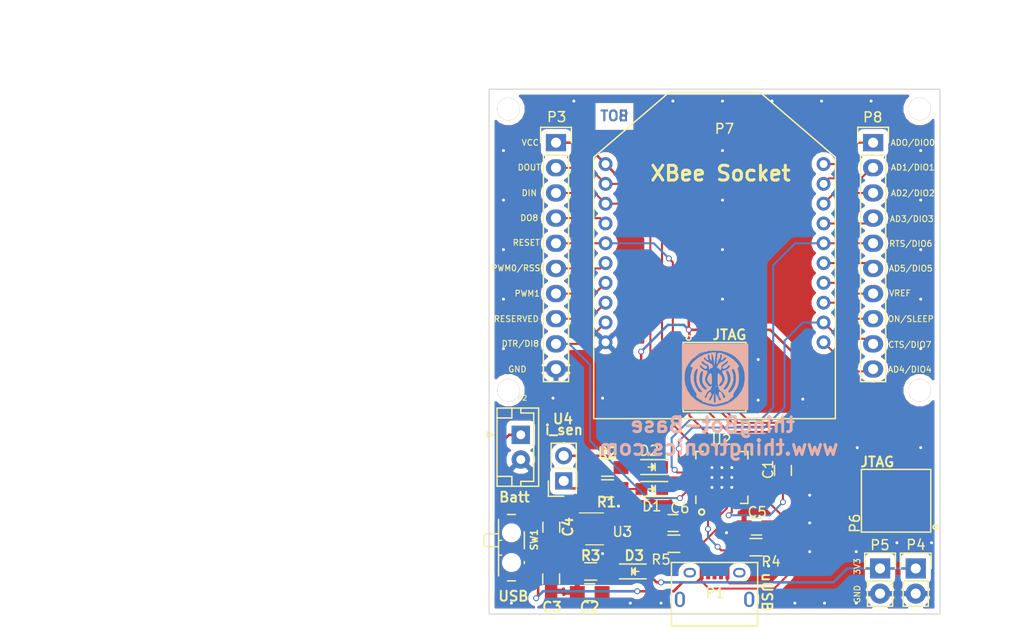
<source format=kicad_pcb>
(kicad_pcb (version 4) (host pcbnew 4.0.4-stable)
  (title_block (title thingBot-Base) (date 2016-12-25) (rev v1.0) (company "thingTronics Innovations Pvt. Ltd."))
  (layers (0 F.Cu signal) (31 B.Cu signal) (34 B.Paste user) (35 F.Paste user) (36 B.SilkS user) (37 F.SilkS user) (38 B.Mask user) (39 F.Mask user) (44 Edge.Cuts user))
  (net 0 "")
  (net 1 VDD)
  (net 2 GND)
  (net 3 +5V)
  (net 4 "Net-(C3-Pad1)")
  (net 5 +3V3)
  (net 6 "Net-(D1-Pad2)")
  (net 7 /DIN)
  (net 8 "Net-(D2-Pad2)")
  (net 9 /DOUT)
  (net 10 "Net-(D3-Pad1)")
  (net 11 VXBEE_3V3)
  (net 12 "Net-(P3-Pad4)")
  (net 13 RST)
  (net 14 "Net-(P3-Pad6)")
  (net 15 "Net-(P3-Pad7)")
  (net 16 "Net-(P3-Pad8)")
  (net 17 DTR)
  (net 18 "Net-(P6-Pad7)")
  (net 19 "Net-(P6-Pad10)")
  (net 20 "Net-(P6-Pad8)")
  (net 21 "Net-(P6-Pad2)")
  (net 22 "Net-(P6-Pad4)")
  (net 23 "Net-(P6-Pad6)")
  (net 24 "Net-(P7-Pad27)")
  (net 25 /AD0)
  (net 26 "Net-(P7-Pad19)")
  (net 27 "Net-(P7-Pad18)")
  (net 28 "Net-(P7-Pad17)")
  (net 29 RTS)
  (net 30 "Net-(P7-Pad15)")
  (net 31 "Net-(P7-Pad14)")
  (net 32 "Net-(P7-Pad13)")
  (net 33 CTS)
  (net 34 "Net-(P7-Pad11)")
  (net 35 "Net-(U2-Pad1)")
  (net 36 "Net-(U2-Pad2)")
  (net 37 "Net-(U2-Pad10)")
  (net 38 "Net-(U2-Pad11)")
  (net 39 "Net-(U2-Pad12)")
  (net 40 "Net-(U2-Pad13)")
  (net 41 "Net-(U2-Pad14)")
  (net 42 "Net-(U2-Pad15)")
  (net 43 "Net-(U2-Pad16)")
  (net 44 "Net-(U2-Pad17)")
  (net 45 "Net-(U2-Pad18)")
  (net 46 "Net-(U2-Pad19)")
  (net 47 "Net-(U2-Pad20)")
  (net 48 "Net-(U2-Pad21)")
  (net 49 "Net-(U2-Pad22)")
  (net 50 "Net-(U2-Pad27)")
  (net 51 "Net-(P1-Pad4)")
  (net 52 "Net-(U3-Pad4)")
  (net 53 "Net-(C5-Pad1)")
  (net 54 "Net-(C6-Pad1)")
  (net 55 "Net-(R4-Pad1)")
  (net 56 "Net-(R5-Pad1)")
  (net 57 "Net-(P2-Pad1)")
  (module conn-wire-pads:Hole-Screw-NP-#4 (layer F.Cu) (at 128.3 71.6)
    (fp_text reference REF** hide)
    (fp_text value VAL** hide)
    (pad P thru_hole circle (at -0.1 0) (size 2.2606 2.2606) (drill 2.2606) (layers *.Cu *.Mask) (clearance 0.5))
  )
  (module VIA'S:VIA_0.6mm (layer F.Cu) (at 163.4 105.8)
    (fp_text reference REF** hide)
    (fp_text value VIA_0.6mm hide)
    (pad 1 thru_hole circle (at 0 0) (size 0.6 0.6) (drill 0.3) (layers *.Cu) (net 2 GND))
  )
  (module Buttons_Switches_SMD:SW_SPDT_PCM12 (layer F.Cu) (at 128.83 115.9 270)
    (fp_text reference SW1 (at -0.8 -1.97 450) (layer F.SilkS) (effects (font (size 0.7 0.7))))
    (fp_text value ON/OFF_Switch)
    (pad "" np_thru_hole circle (at -1.5 0.325 270) (size 0.9 0.9) (drill 0.9) (layers *.Cu *.Mask))
    (pad "" np_thru_hole circle (at 1.5 0.325 270) (size 0.9 0.9) (drill 0.9) (layers *.Cu *.Mask))
    (pad 1 smd rect (at -2.25 -1.425 270) (size 0.7 1.5) (layers F.Cu F.Paste F.Mask) (net 57 "Net-(P2-Pad1)"))
    (pad 2 smd rect (at 0.75 -1.425 270) (size 0.7 1.5) (layers F.Cu F.Paste F.Mask) (net 4 "Net-(C3-Pad1)"))
    (pad 3 smd rect (at 2.25 -1.425 270) (size 0.7 1.5) (layers F.Cu F.Paste F.Mask) (net 3 +5V))
    (pad "" smd rect (at -3.65 1.425 270) (size 1 0.8) (layers F.Cu F.Paste F.Mask))
    (pad "" smd rect (at 3.65 1.425 270) (size 1 0.8) (layers F.Cu F.Paste F.Mask))
    (pad "" smd rect (at 3.65 -0.775 270) (size 1 0.8) (layers F.Cu F.Paste F.Mask))
    (pad "" smd rect (at -3.65 -0.775 270) (size 1 0.8) (layers F.Cu F.Paste F.Mask))
  )
  (module VIA'S:VIA_0.6mm (layer F.Cu) (at 137.7 100.8)
    (fp_text reference REF** hide)
    (fp_text value VIA_0.6mm hide)
    (pad 1 thru_hole circle (at 0 0) (size 0.6 0.6) (drill 0.3) (layers *.Cu) (net 2 GND))
  )
  (module VIA'S:VIA_0.6mm (layer F.Cu) (at 132.7 100.8)
    (fp_text reference REF** hide)
    (fp_text value VIA_0.6mm hide)
    (pad 1 thru_hole circle (at 0 0) (size 0.6 0.6) (drill 0.3) (layers *.Cu) (net 2 GND))
  )
  (module VIA'S:VIA_0.6mm (layer F.Cu) (at 149.8 90.8)
    (fp_text reference REF** hide)
    (fp_text value VIA_0.6mm hide)
    (pad 1 thru_hole circle (at 0 0) (size 0.6 0.6) (drill 0.3) (layers *.Cu) (net 2 GND))
  )
  (module VIA'S:VIA_0.6mm (layer F.Cu) (at 149.8 85.8)
    (fp_text reference REF** hide)
    (fp_text value VIA_0.6mm hide)
    (pad 1 thru_hole circle (at 0 0) (size 0.6 0.6) (drill 0.3) (layers *.Cu) (net 2 GND))
  )
  (module VIA'S:VIA_0.6mm (layer F.Cu) (at 149.8 80.8)
    (fp_text reference REF** hide)
    (fp_text value VIA_0.6mm hide)
    (pad 1 thru_hole circle (at 0 0) (size 0.6 0.6) (drill 0.3) (layers *.Cu) (net 2 GND))
  )
  (module VIA'S:VIA_0.6mm (layer F.Cu) (at 149.8 75.8)
    (fp_text reference REF** hide)
    (fp_text value VIA_0.6mm hide)
    (pad 1 thru_hole circle (at 0 0) (size 0.6 0.6) (drill 0.3) (layers *.Cu) (net 2 GND))
  )
  (module VIA'S:VIA_0.6mm (layer F.Cu) (at 127.7 95.8)
    (fp_text reference REF** hide)
    (fp_text value VIA_0.6mm hide)
    (pad 1 thru_hole circle (at 0 0) (size 0.6 0.6) (drill 0.3) (layers *.Cu) (net 2 GND))
  )
  (module VIA'S:VIA_0.6mm (layer F.Cu) (at 127.7 90.8)
    (fp_text reference REF** hide)
    (fp_text value VIA_0.6mm hide)
    (pad 1 thru_hole circle (at 0 0) (size 0.6 0.6) (drill 0.3) (layers *.Cu) (net 2 GND))
  )
  (module VIA'S:VIA_0.6mm (layer F.Cu) (at 127.7 85.8)
    (fp_text reference REF** hide)
    (fp_text value VIA_0.6mm hide)
    (pad 1 thru_hole circle (at 0 0) (size 0.6 0.6) (drill 0.3) (layers *.Cu) (net 2 GND))
  )
  (module VIA'S:VIA_0.6mm (layer F.Cu) (at 127.7 80.8)
    (fp_text reference REF** hide)
    (fp_text value VIA_0.6mm hide)
    (pad 1 thru_hole circle (at 0 0) (size 0.6 0.6) (drill 0.3) (layers *.Cu) (net 2 GND))
  )
  (module VIA'S:VIA_0.6mm (layer F.Cu) (at 127.7 75.8)
    (fp_text reference REF** hide)
    (fp_text value VIA_0.6mm hide)
    (pad 1 thru_hole circle (at 0 0) (size 0.6 0.6) (drill 0.3) (layers *.Cu) (net 2 GND))
  )
  (module VIA'S:VIA_0.6mm (layer F.Cu) (at 169.8 105.8)
    (fp_text reference REF** hide)
    (fp_text value VIA_0.6mm hide)
    (pad 1 thru_hole circle (at 0 0) (size 0.6 0.6) (drill 0.3) (layers *.Cu) (net 2 GND))
  )
  (module VIA'S:VIA_0.6mm (layer F.Cu) (at 169.8 95.8)
    (fp_text reference REF** hide)
    (fp_text value VIA_0.6mm hide)
    (pad 1 thru_hole circle (at 0 0) (size 0.6 0.6) (drill 0.3) (layers *.Cu) (net 2 GND))
  )
  (module VIA'S:VIA_0.6mm (layer F.Cu) (at 169.8 90.8)
    (fp_text reference REF** hide)
    (fp_text value VIA_0.6mm hide)
    (pad 1 thru_hole circle (at 0 0) (size 0.6 0.6) (drill 0.3) (layers *.Cu) (net 2 GND))
  )
  (module VIA'S:VIA_0.6mm (layer F.Cu) (at 169.8 85.8)
    (fp_text reference REF** hide)
    (fp_text value VIA_0.6mm hide)
    (pad 1 thru_hole circle (at 0 0) (size 0.6 0.6) (drill 0.3) (layers *.Cu) (net 2 GND))
  )
  (module VIA'S:VIA_0.6mm (layer F.Cu) (at 169.8 80.8)
    (fp_text reference REF** hide)
    (fp_text value VIA_0.6mm hide)
    (pad 1 thru_hole circle (at 0 0) (size 0.6 0.6) (drill 0.3) (layers *.Cu) (net 2 GND))
  )
  (module VIA'S:VIA_0.6mm (layer F.Cu) (at 169.8 75.8)
    (fp_text reference REF** hide)
    (fp_text value VIA_0.6mm hide)
    (pad 1 thru_hole circle (at 0 0) (size 0.6 0.6) (drill 0.3) (layers *.Cu) (net 2 GND))
  )
  (module VIA'S:VIA_0.6mm (layer F.Cu) (at 134.8 70.8)
    (fp_text reference REF** hide)
    (fp_text value VIA_0.6mm hide)
    (pad 1 thru_hole circle (at 0 0) (size 0.6 0.6) (drill 0.3) (layers *.Cu) (net 2 GND))
  )
  (module VIA'S:VIA_0.6mm (layer F.Cu) (at 144.8 70.8)
    (fp_text reference REF** hide)
    (fp_text value VIA_0.6mm hide)
    (pad 1 thru_hole circle (at 0 0) (size 0.6 0.6) (drill 0.3) (layers *.Cu) (net 2 GND))
  )
  (module VIA'S:VIA_0.6mm (layer F.Cu) (at 149.8 70.8)
    (fp_text reference REF** hide)
    (fp_text value VIA_0.6mm hide)
    (pad 1 thru_hole circle (at 0 0) (size 0.6 0.6) (drill 0.3) (layers *.Cu) (net 2 GND))
  )
  (module VIA'S:VIA_0.6mm (layer F.Cu) (at 164.8 70.8)
    (fp_text reference REF** hide)
    (fp_text value VIA_0.6mm hide)
    (pad 1 thru_hole circle (at 0 0) (size 0.6 0.6) (drill 0.3) (layers *.Cu) (net 2 GND))
  )
  (module VIA'S:VIA_0.6mm (layer F.Cu) (at 159.8 70.8)
    (fp_text reference REF** hide)
    (fp_text value VIA_0.6mm hide)
    (pad 1 thru_hole circle (at 0 0) (size 0.6 0.6) (drill 0.3) (layers *.Cu) (net 2 GND))
  )
  (module VIA'S:VIA_0.6mm (layer F.Cu) (at 154.8 70.8)
    (fp_text reference REF** hide)
    (fp_text value VIA_0.6mm hide)
    (pad 1 thru_hole circle (at 0 0) (size 0.6 0.6) (drill 0.3) (layers *.Cu) (net 2 GND))
  )
  (module VIA'S:VIA_0.6mm (layer F.Cu) (at 157.9 100.9)
    (fp_text reference REF** hide)
    (fp_text value VIA_0.6mm hide)
    (pad 1 thru_hole circle (at 0 0) (size 0.6 0.6) (drill 0.3) (layers *.Cu) (net 2 GND))
  )
  (module VIA'S:VIA_0.6mm (layer F.Cu) (at 153.4 101)
    (fp_text reference REF** hide)
    (fp_text value VIA_0.6mm hide)
    (pad 1 thru_hole circle (at 0 0) (size 0.6 0.6) (drill 0.3) (layers *.Cu) (net 2 GND))
  )
  (module VIA'S:VIA_0.6mm (layer F.Cu) (at 128.5 121.5)
    (fp_text reference REF** hide)
    (fp_text value VIA_0.6mm hide)
    (pad 1 thru_hole circle (at 0 0) (size 0.6 0.6) (drill 0.3) (layers *.Cu) (net 2 GND))
  )
  (module VIA'S:VIA_0.6mm (layer F.Cu) (at 158.6 113.4)
    (fp_text reference REF** hide)
    (fp_text value VIA_0.6mm hide)
    (pad 1 thru_hole circle (at 0 0) (size 0.6 0.6) (drill 0.3) (layers *.Cu) (net 2 GND))
  )
  (module VIA'S:VIA_0.6mm (layer F.Cu) (at 170.9 115.4)
    (fp_text reference REF** hide)
    (fp_text value VIA_0.6mm hide)
    (pad 1 thru_hole circle (at 0 0) (size 0.6 0.6) (drill 0.3) (layers *.Cu) (net 2 GND))
  )
  (module VIA'S:VIA_0.6mm (layer F.Cu) (at 167.4 115.4)
    (fp_text reference REF** hide)
    (fp_text value VIA_0.6mm hide)
    (pad 1 thru_hole circle (at 0 0) (size 0.6 0.6) (drill 0.3) (layers *.Cu) (net 2 GND))
  )
  (module VIA'S:VIA_0.6mm (layer F.Cu) (at 163.3 116.3)
    (fp_text reference REF** hide)
    (fp_text value VIA_0.6mm hide)
    (pad 1 thru_hole circle (at 0 0) (size 0.6 0.6) (drill 0.3) (layers *.Cu) (net 2 GND))
  )
  (module VIA'S:VIA_0.6mm (layer F.Cu) (at 158.6 110.6)
    (fp_text reference REF** hide)
    (fp_text value VIA_0.6mm hide)
    (pad 1 thru_hole circle (at 0 0) (size 0.6 0.6) (drill 0.3) (layers *.Cu) (net 2 GND))
  )
  (module VIA'S:VIA_0.6mm (layer F.Cu) (at 142.6 111.7)
    (fp_text reference REF** hide)
    (fp_text value VIA_0.6mm hide)
    (pad 1 thru_hole circle (at 0 0) (size 0.6 0.6) (drill 0.3) (layers *.Cu) (net 2 GND))
  )
  (module VIA'S:VIA_0.6mm (layer F.Cu) (at 139.3 111.7)
    (fp_text reference REF** hide)
    (fp_text value VIA_0.6mm hide)
    (pad 1 thru_hole circle (at 0 0) (size 0.6 0.6) (drill 0.3) (layers *.Cu) (net 2 GND))
  )
  (module VIA'S:VIA_0.6mm (layer F.Cu) (at 140.5 121.5)
    (fp_text reference REF** hide)
    (fp_text value VIA_0.6mm hide)
    (pad 1 thru_hole circle (at 0 0) (size 0.6 0.6) (drill 0.3) (layers *.Cu) (net 2 GND))
  )
  (module VIA'S:VIA_0.6mm (layer F.Cu) (at 143.6 121.5)
    (fp_text reference REF** hide)
    (fp_text value VIA_0.6mm hide)
    (pad 1 thru_hole circle (at 0 0) (size 0.6 0.6) (drill 0.3) (layers *.Cu) (net 2 GND))
  )
  (module VIA'S:VIA_0.6mm (layer F.Cu) (at 137.7 116.5)
    (fp_text reference REF** hide)
    (fp_text value VIA_0.6mm hide)
    (pad 1 thru_hole circle (at 0 0) (size 0.6 0.6) (drill 0.3) (layers *.Cu) (net 2 GND))
  )
  (module VIA'S:VIA_0.6mm (layer F.Cu) (at 139.9 114.6)
    (fp_text reference REF** hide)
    (fp_text value VIA_0.6mm hide)
    (pad 1 thru_hole circle (at 0 0) (size 0.6 0.6) (drill 0.3) (layers *.Cu) (net 2 GND))
  )
  (module VIA'S:VIA_0.6mm (layer F.Cu) (at 150.2 114.39)
    (fp_text reference REF** hide)
    (fp_text value VIA_0.6mm hide)
    (pad 1 thru_hole circle (at 0 0) (size 0.6 0.6) (drill 0.3) (layers *.Cu) (net 2 GND))
  )
  (module TO_SOT_Packages_SMD:SOT-23-5 (layer F.Cu) (at 136.9 114)
    (fp_text reference U3 (at 2.8 0.3) (layer F.SilkS))
    (fp_text value LP5907_LDO_250mA)
    (pad 1 smd rect (at -1.1 -0.95) (size 1.06 0.65) (layers F.Cu F.Paste F.Mask) (net 4 "Net-(C3-Pad1)"))
    (pad 2 smd rect (at -1.1 0) (size 1.06 0.65) (layers F.Cu F.Paste F.Mask) (net 2 GND))
    (pad 3 smd rect (at -1.1 0.95) (size 1.06 0.65) (layers F.Cu F.Paste F.Mask) (net 4 "Net-(C3-Pad1)"))
    (pad 4 smd rect (at 1.1 0.95) (size 1.06 0.65) (layers F.Cu F.Paste F.Mask) (net 52 "Net-(U3-Pad4)"))
    (pad 5 smd rect (at 1.1 -0.95) (size 1.06 0.65) (layers F.Cu F.Paste F.Mask) (net 5 +3V3))
  )
  (module Capacitors_SMD:C_0805_HandSoldering (layer F.Cu) (at 136.4 120.4 180)
    (fp_text reference C2 (at 0 -1.5 360) (layer F.SilkS) (effects (font (thickness 0.2))))
    (fp_text value 1uF)
    (pad 1 smd rect (at -1.25 0 180) (size 1.5 1.25) (layers F.Cu F.Paste F.Mask) (net 3 +5V))
    (pad 2 smd rect (at 1.25 0 180) (size 1.5 1.25) (layers F.Cu F.Paste F.Mask) (net 2 GND))
  )
  (module VIA'S:VIA_0.6mm (layer F.Cu) (at 154.45 117.75)
    (fp_text reference REF** hide)
    (fp_text value VIA_0.6mm hide)
    (pad 1 thru_hole circle (at 0 0) (size 0.6 0.6) (drill 0.3) (layers *.Cu) (net 2 GND))
  )
  (module VIA'S:VIA_0.6mm (layer F.Cu) (at 150.21 114.39)
    (fp_text reference REF** hide)
    (fp_text value VIA_0.6mm hide)
    (pad 1 thru_hole circle (at 0 0) (size 0.6 0.6) (drill 0.3) (layers *.Cu) (net 2 GND))
  )
  (module VIA'S:VIA_0.6mm (layer F.Cu) (at 163.3 121.5)
    (fp_text reference REF** hide)
    (fp_text value VIA_0.6mm hide)
    (pad 1 thru_hole circle (at 0 0) (size 0.6 0.6) (drill 0.3) (layers *.Cu) (net 2 GND))
  )
  (module VIA'S:VIA_0.6mm (layer F.Cu) (at 160.1 121.5)
    (fp_text reference REF** hide)
    (fp_text value VIA_0.6mm hide)
    (pad 1 thru_hole circle (at 0 0) (size 0.6 0.6) (drill 0.3) (layers *.Cu) (net 2 GND))
  )
  (module VIA'S:VIA_0.6mm (layer F.Cu) (at 157.1 121.5)
    (fp_text reference REF** hide)
    (fp_text value VIA_0.6mm hide)
    (pad 1 thru_hole circle (at 0 0) (size 0.6 0.6) (drill 0.3) (layers *.Cu) (net 2 GND))
  )
  (module VIA'S:VIA_0.6mm (layer F.Cu) (at 158.6 116.3)
    (fp_text reference REF** hide)
    (fp_text value VIA_0.6mm hide)
    (pad 1 thru_hole circle (at 0 0) (size 0.6 0.6) (drill 0.3) (layers *.Cu) (net 2 GND))
  )
  (module Xbee:XBee_Plug (layer F.Cu) (at 138 77.16)
    (fp_text reference P7 (at 12 -3.56) (layer F.SilkS))
    (fp_text value XBEE)
    (pad 29 smd rect (at 13.54 19.51 90) (size 2.5 0.75) (layers F.Cu F.Paste F.Mask) (net 2 GND))
    (pad 27 smd rect (at 12.27 19.51 90) (size 2.5 0.75) (layers F.Cu F.Paste F.Mask) (net 24 "Net-(P7-Pad27)"))
    (pad 25 smd rect (at 11 19.51 90) (size 2.5 0.75) (layers F.Cu F.Paste F.Mask) (net 2 GND))
    (pad 23 smd rect (at 9.73 19.51 90) (size 2.5 0.75) (layers F.Cu F.Paste F.Mask) (net 2 GND))
    (pad 21 smd rect (at 8.46 19.51 90) (size 2.5 0.75) (layers F.Cu F.Paste F.Mask) (net 11 VXBEE_3V3))
    (pad 22 smd rect (at 8.46 23.51 90) (size 2.5 0.75) (layers F.Cu F.Paste F.Mask) (net 21 "Net-(P6-Pad2)"))
    (pad 24 smd rect (at 9.73 23.51 90) (size 2.5 0.75) (layers F.Cu F.Paste F.Mask) (net 22 "Net-(P6-Pad4)"))
    (pad 30 smd rect (at 13.54 23.51 90) (size 2.5 0.75) (layers F.Cu F.Paste F.Mask) (net 19 "Net-(P6-Pad10)"))
    (pad 28 smd rect (at 12.27 23.51 90) (size 2.5 0.75) (layers F.Cu F.Paste F.Mask) (net 20 "Net-(P6-Pad8)"))
    (pad 20 thru_hole circle (at 22 0) (size 1.4 1.4) (drill 0.8) (layers *.Cu *.Mask) (net 25 /AD0))
    (pad 19 thru_hole circle (at 22 2) (size 1.4 1.4) (drill 0.8) (layers *.Cu *.Mask) (net 26 "Net-(P7-Pad19)"))
    (pad 18 thru_hole circle (at 22 4) (size 1.4 1.4) (drill 0.8) (layers *.Cu *.Mask) (net 27 "Net-(P7-Pad18)"))
    (pad 17 thru_hole circle (at 22 6) (size 1.4 1.4) (drill 0.8) (layers *.Cu *.Mask) (net 28 "Net-(P7-Pad17)"))
    (pad 16 thru_hole circle (at 22 8) (size 1.4 1.4) (drill 0.8) (layers *.Cu *.Mask) (net 29 RTS))
    (pad 15 thru_hole circle (at 22 10) (size 1.4 1.4) (drill 0.8) (layers *.Cu *.Mask) (net 30 "Net-(P7-Pad15)"))
    (pad 14 thru_hole circle (at 22 12) (size 1.4 1.4) (drill 0.8) (layers *.Cu *.Mask) (net 31 "Net-(P7-Pad14)"))
    (pad 13 thru_hole circle (at 22 14) (size 1.4 1.4) (drill 0.8) (layers *.Cu *.Mask) (net 32 "Net-(P7-Pad13)"))
    (pad 12 thru_hole circle (at 22 16) (size 1.4 1.4) (drill 0.8) (layers *.Cu *.Mask) (net 33 CTS))
    (pad 11 thru_hole circle (at 22 18) (size 1.4 1.4) (drill 0.8) (layers *.Cu *.Mask) (net 34 "Net-(P7-Pad11)"))
    (pad 10 thru_hole circle (at 0 18) (size 1.4 1.4) (drill 0.8) (layers *.Cu *.Mask) (net 2 GND))
    (pad 9 thru_hole circle (at 0 16) (size 1.4 1.4) (drill 0.8) (layers *.Cu *.Mask) (net 17 DTR))
    (pad 8 thru_hole circle (at 0 14) (size 1.4 1.4) (drill 0.8) (layers *.Cu *.Mask) (net 16 "Net-(P3-Pad8)"))
    (pad 7 thru_hole circle (at 0 12) (size 1.4 1.4) (drill 0.8) (layers *.Cu *.Mask) (net 15 "Net-(P3-Pad7)"))
    (pad 6 thru_hole circle (at 0 10) (size 1.4 1.4) (drill 0.8) (layers *.Cu *.Mask) (net 14 "Net-(P3-Pad6)"))
    (pad 5 thru_hole circle (at 0 8) (size 1.4 1.4) (drill 0.8) (layers *.Cu *.Mask) (net 13 RST))
    (pad 4 thru_hole circle (at 0 6) (size 1.4 1.4) (drill 0.8) (layers *.Cu *.Mask) (net 12 "Net-(P3-Pad4)"))
    (pad 3 thru_hole circle (at 0 4) (size 1.4 1.4) (drill 0.8) (layers *.Cu *.Mask) (net 7 /DIN))
    (pad 2 thru_hole circle (at 0 2) (size 1.4 1.4) (drill 0.8) (layers *.Cu *.Mask) (net 9 /DOUT))
    (pad 1 thru_hole circle (at 0 0) (size 1.4 1.4) (drill 0.8) (layers *.Cu *.Mask) (net 11 VXBEE_3V3))
    (pad 26 smd rect (at 11 23.51 90) (size 2.5 0.75) (layers F.Cu F.Paste F.Mask) (net 23 "Net-(P6-Pad6)"))
  )
  (module Capacitors_SMD:C_0805_HandSoldering (layer F.Cu) (at 132.51 119.05 270)
    (fp_text reference C3 (at 2.85 -0.09 360) (layer F.SilkS) (effects (font (thickness 0.2))))
    (fp_text value 1uF)
    (pad 1 smd rect (at -1.25 0 270) (size 1.5 1.25) (layers F.Cu F.Paste F.Mask) (net 4 "Net-(C3-Pad1)"))
    (pad 2 smd rect (at 1.25 0 270) (size 1.5 1.25) (layers F.Cu F.Paste F.Mask) (net 2 GND))
  )
  (module VIA'S:VIA_0.6mm (layer F.Cu) (at 153.4 96.9)
    (fp_text reference REF** hide)
    (fp_text value VIA_0.6mm hide)
    (pad 1 thru_hole circle (at 0 0) (size 0.6 0.6) (drill 0.3) (layers *.Cu) (net 2 GND))
  )
  (module Connect:USB_Micro-B (layer F.Cu) (at 149 119.98254)
    (fp_text reference P1 (at 0.0491 0.48746) (layer F.SilkS))
    (fp_text value Micro_usb_B)
    (pad 1 smd rect (at -1.3009 -1.56254 90) (size 1.35 0.4) (layers F.Cu F.Paste F.Mask) (net 3 +5V))
    (pad 2 smd rect (at -0.6509 -1.56254 90) (size 1.35 0.4) (layers F.Cu F.Paste F.Mask) (net 54 "Net-(C6-Pad1)"))
    (pad 3 smd rect (at -0.0009 -1.56254 90) (size 1.35 0.4) (layers F.Cu F.Paste F.Mask) (net 53 "Net-(C5-Pad1)"))
    (pad 4 smd rect (at 0.6491 -1.56254 90) (size 1.35 0.4) (layers F.Cu F.Paste F.Mask) (net 51 "Net-(P1-Pad4)"))
    (pad 5 smd rect (at 1.2991 -1.56254 90) (size 1.35 0.4) (layers F.Cu F.Paste F.Mask) (net 2 GND))
    (pad 6 thru_hole oval (at -2.5009 -1.56254 90) (size 0.95 1.25) (drill oval 0.55 0.85) (layers *.Cu *.Mask))
    (pad 6 thru_hole oval (at 2.4991 -1.56254 90) (size 0.95 1.25) (drill oval 0.55 0.85) (layers *.Cu *.Mask))
    (pad 6 thru_hole oval (at -3.5009 1.13746 90) (size 1.55 1) (drill oval 1.15 0.5) (layers *.Cu *.Mask))
    (pad 6 thru_hole oval (at 3.4991 1.13746 90) (size 1.55 1) (drill oval 1.15 0.5) (layers *.Cu *.Mask))
  )
  (module Capacitors_SMD:C_0805_HandSoldering (layer F.Cu) (at 155.9 108.1 90)
    (fp_text reference C1 (at 0.1 -1.5 90) (layer F.SilkS))
    (fp_text value 0.1uF)
    (pad 1 smd rect (at -1.25 0 90) (size 1.5 1.25) (layers F.Cu F.Paste F.Mask) (net 1 VDD))
    (pad 2 smd rect (at 1.25 0 90) (size 1.5 1.25) (layers F.Cu F.Paste F.Mask) (net 2 GND))
  )
  (module Capacitors_SMD:C_0805_HandSoldering (layer F.Cu) (at 132.53 113.83 90)
    (fp_text reference C4 (at 0.03 1.67 90) (layer F.SilkS) (effects (font (thickness 0.2))))
    (fp_text value 1uF)
    (pad 1 smd rect (at -1.25 0 90) (size 1.5 1.25) (layers F.Cu F.Paste F.Mask) (net 5 +3V3))
    (pad 2 smd rect (at 1.25 0 90) (size 1.5 1.25) (layers F.Cu F.Paste F.Mask) (net 2 GND))
  )
  (module LEDs:LED_0805 (layer F.Cu) (at 142.67 109.97 180)
    (fp_text reference D1 (at 0 -1.75 180) (layer F.SilkS))
    (fp_text value YELLOW)
    (pad 2 smd rect (at 1.04902 0) (size 1.19888 1.19888) (layers F.Cu F.Paste F.Mask) (net 6 "Net-(D1-Pad2)"))
    (pad 1 smd rect (at -1.04902 0) (size 1.19888 1.19888) (layers F.Cu F.Paste F.Mask) (net 7 /DIN))
  )
  (module LEDs:LED_0805 (layer F.Cu) (at 142.65 107.76 180)
    (fp_text reference D2 (at 0.25 1.66 180) (layer F.SilkS))
    (fp_text value YELLOW)
    (pad 2 smd rect (at 1.04902 0) (size 1.19888 1.19888) (layers F.Cu F.Paste F.Mask) (net 8 "Net-(D2-Pad2)"))
    (pad 1 smd rect (at -1.04902 0) (size 1.19888 1.19888) (layers F.Cu F.Paste F.Mask) (net 9 /DOUT))
  )
  (module LEDs:LED_0805 (layer F.Cu) (at 141 118.3)
    (fp_text reference D3 (at -0.1 -1.6) (layer F.SilkS) (effects (font (thickness 0.2))))
    (fp_text value POWER)
    (pad 2 smd rect (at 1.04902 0 180) (size 1.19888 1.19888) (layers F.Cu F.Paste F.Mask) (net 5 +3V3))
    (pad 1 smd rect (at -1.04902 0 180) (size 1.19888 1.19888) (layers F.Cu F.Paste F.Mask) (net 10 "Net-(D3-Pad1)"))
  )
  (module Connectors_JST:JST_EH_B02B-EH-A_02x2.50mm_Straight (layer F.Cu) (at 129.45 104.5 270)
    (fp_text reference P2 (at -3.71 -0.15 360) (layer F.SilkS) (effects (font (size 0.5 0.5) (thickness 0.09))))
    (fp_text value BATT_CONN)
    (pad 1 thru_hole rect (at 0 0 270) (size 1.85 1.85) (drill 0.9) (layers *.Cu *.Mask) (net 57 "Net-(P2-Pad1)"))
    (pad 2 thru_hole circle (at 2.5 0 270) (size 1.85 1.85) (drill 0.9) (layers *.Cu *.Mask) (net 2 GND))
  )
  (module Pin_Headers:Pin_Header_Straight_1x10 (layer F.Cu) (at 133 75)
    (fp_text reference P3 (at 0.07 -2.59) (layer F.SilkS))
    (fp_text value XBEE_CONN_LEFT)
    (pad 1 thru_hole rect (at 0 0) (size 2.032 1.7272) (drill 1.016) (layers *.Cu *.Mask) (net 11 VXBEE_3V3))
    (pad 2 thru_hole oval (at 0 2.54) (size 2.032 1.7272) (drill 1.016) (layers *.Cu *.Mask) (net 9 /DOUT))
    (pad 3 thru_hole oval (at 0 5.08) (size 2.032 1.7272) (drill 1.016) (layers *.Cu *.Mask) (net 7 /DIN))
    (pad 4 thru_hole oval (at 0 7.62) (size 2.032 1.7272) (drill 1.016) (layers *.Cu *.Mask) (net 12 "Net-(P3-Pad4)"))
    (pad 5 thru_hole oval (at 0 10.16) (size 2.032 1.7272) (drill 1.016) (layers *.Cu *.Mask) (net 13 RST))
    (pad 6 thru_hole oval (at 0 12.7) (size 2.032 1.7272) (drill 1.016) (layers *.Cu *.Mask) (net 14 "Net-(P3-Pad6)"))
    (pad 7 thru_hole oval (at 0 15.24) (size 2.032 1.7272) (drill 1.016) (layers *.Cu *.Mask) (net 15 "Net-(P3-Pad7)"))
    (pad 8 thru_hole oval (at 0 17.78) (size 2.032 1.7272) (drill 1.016) (layers *.Cu *.Mask) (net 16 "Net-(P3-Pad8)"))
    (pad 9 thru_hole oval (at 0 20.32) (size 2.032 1.7272) (drill 1.016) (layers *.Cu *.Mask) (net 17 DTR))
    (pad 10 thru_hole oval (at 0 22.86) (size 2.032 1.7272) (drill 1.016) (layers *.Cu *.Mask) (net 2 GND))
  )
  (module Pin_Headers:Pin_Header_Straight_1x02 (layer F.Cu) (at 169.3 118)
    (fp_text reference P4 (at 0.02 -2.39) (layer F.SilkS))
    (fp_text value CONN_01X02)
    (pad 1 thru_hole rect (at 0 0) (size 2.032 2.032) (drill 1.016) (layers *.Cu *.Mask) (net 5 +3V3))
    (pad 2 thru_hole oval (at 0 2.54) (size 2.032 2.032) (drill 1.016) (layers *.Cu *.Mask) (net 2 GND))
  )
  (module Pin_Headers:Pin_Header_Straight_1x02 (layer F.Cu) (at 165.7 118)
    (fp_text reference P5 (at -0.01 -2.36) (layer F.SilkS))
    (fp_text value CONN_01X02)
    (pad 1 thru_hole rect (at 0 0) (size 2.032 2.032) (drill 1.016) (layers *.Cu *.Mask) (net 5 +3V3))
    (pad 2 thru_hole oval (at 0 2.54) (size 2.032 2.032) (drill 1.016) (layers *.Cu *.Mask) (net 2 GND))
  )
  (module pin_header:Pin_Header_Straight_SMT_02x05_1.27mm_Pitch (layer F.Cu) (at 170.905 114.335 180)
    (fp_text reference P6 (at 7.745 0.905 270) (layer F.SilkS))
    (fp_text value JTAG)
    (pad 1 smd rect (at 1.585 0.635) (size 2.5 0.75) (layers F.Cu F.Paste F.Mask) (net 11 VXBEE_3V3))
    (pad 3 smd rect (at 1.585 1.905) (size 2.5 0.75) (layers F.Cu F.Paste F.Mask) (net 2 GND))
    (pad 5 smd rect (at 1.585 3.175) (size 2.5 0.75) (layers F.Cu F.Paste F.Mask) (net 2 GND))
    (pad 7 smd rect (at 1.585 4.445) (size 2.5 0.75) (layers F.Cu F.Paste F.Mask) (net 18 "Net-(P6-Pad7)"))
    (pad 9 smd rect (at 1.585 5.715) (size 2.5 0.75) (layers F.Cu F.Paste F.Mask) (net 2 GND))
    (pad 10 smd rect (at 5.585 5.715) (size 2.5 0.75) (layers F.Cu F.Paste F.Mask) (net 19 "Net-(P6-Pad10)"))
    (pad 8 smd rect (at 5.585 4.445) (size 2.5 0.75) (layers F.Cu F.Paste F.Mask) (net 20 "Net-(P6-Pad8)"))
    (pad 2 smd rect (at 5.585 0.635) (size 2.5 0.75) (layers F.Cu F.Paste F.Mask) (net 21 "Net-(P6-Pad2)"))
    (pad 4 smd rect (at 5.585 1.905) (size 2.5 0.75) (layers F.Cu F.Paste F.Mask) (net 22 "Net-(P6-Pad4)"))
    (pad 6 smd rect (at 5.585 3.175) (size 2.5 0.75) (layers F.Cu F.Paste F.Mask) (net 23 "Net-(P6-Pad6)"))
  )
  (module Pin_Headers:Pin_Header_Straight_1x10 (layer F.Cu) (at 165 75)
    (fp_text reference P8 (at -0.04 -2.56) (layer F.SilkS))
    (fp_text value XBEE_CONN_RIGHT)
    (pad 1 thru_hole rect (at 0 0) (size 2.032 1.7272) (drill 1.016) (layers *.Cu *.Mask) (net 25 /AD0))
    (pad 2 thru_hole oval (at 0 2.54) (size 2.032 1.7272) (drill 1.016) (layers *.Cu *.Mask) (net 26 "Net-(P7-Pad19)"))
    (pad 3 thru_hole oval (at 0 5.08) (size 2.032 1.7272) (drill 1.016) (layers *.Cu *.Mask) (net 27 "Net-(P7-Pad18)"))
    (pad 4 thru_hole oval (at 0 7.62) (size 2.032 1.7272) (drill 1.016) (layers *.Cu *.Mask) (net 28 "Net-(P7-Pad17)"))
    (pad 5 thru_hole oval (at 0 10.16) (size 2.032 1.7272) (drill 1.016) (layers *.Cu *.Mask) (net 29 RTS))
    (pad 6 thru_hole oval (at 0 12.7) (size 2.032 1.7272) (drill 1.016) (layers *.Cu *.Mask) (net 30 "Net-(P7-Pad15)"))
    (pad 7 thru_hole oval (at 0 15.24) (size 2.032 1.7272) (drill 1.016) (layers *.Cu *.Mask) (net 31 "Net-(P7-Pad14)"))
    (pad 8 thru_hole oval (at 0 17.78) (size 2.032 1.7272) (drill 1.016) (layers *.Cu *.Mask) (net 32 "Net-(P7-Pad13)"))
    (pad 9 thru_hole oval (at 0 20.32) (size 2.032 1.7272) (drill 1.016) (layers *.Cu *.Mask) (net 33 CTS))
    (pad 10 thru_hole oval (at 0 22.86) (size 2.032 1.7272) (drill 1.016) (layers *.Cu *.Mask) (net 34 "Net-(P7-Pad11)"))
  )
  (module Resistors_SMD:R_0805_HandSoldering (layer F.Cu) (at 138.202329 109.917869)
    (fp_text reference R1 (at -0.102329 1.382131) (layer F.SilkS) (effects (font (thickness 0.2))))
    (fp_text value 1K)
    (pad 1 smd rect (at -1.35 0) (size 1.5 1.3) (layers F.Cu F.Paste F.Mask) (net 5 +3V3))
    (pad 2 smd rect (at 1.35 0) (size 1.5 1.3) (layers F.Cu F.Paste F.Mask) (net 6 "Net-(D1-Pad2)"))
  )
  (module Resistors_SMD:R_0805_HandSoldering (layer F.Cu) (at 138.212329 107.807869)
    (fp_text reference R2 (at 0 -1.507869) (layer F.SilkS) (effects (font (thickness 0.2))))
    (fp_text value 1K)
    (pad 1 smd rect (at -1.35 0) (size 1.5 1.3) (layers F.Cu F.Paste F.Mask) (net 5 +3V3))
    (pad 2 smd rect (at 1.35 0) (size 1.5 1.3) (layers F.Cu F.Paste F.Mask) (net 8 "Net-(D2-Pad2)"))
  )
  (module Resistors_SMD:R_0805_HandSoldering (layer F.Cu) (at 136.5 118.3 180)
    (fp_text reference R3 (at 0 1.6 180) (layer F.SilkS) (effects (font (thickness 0.2))))
    (fp_text value 1K)
    (pad 1 smd rect (at -1.35 0 180) (size 1.5 1.3) (layers F.Cu F.Paste F.Mask) (net 10 "Net-(D3-Pad1)"))
    (pad 2 smd rect (at 1.35 0 180) (size 1.5 1.3) (layers F.Cu F.Paste F.Mask) (net 2 GND))
  )
  (module Pin_Headers:Pin_Header_Straight_2x01 (layer F.Cu) (at 133.78 109.16 90)
    (fp_text reference U4 (at 6.26 -0.08 180) (layer F.SilkS) (effects (font (thickness 0.2))))
    (fp_text value PROBE)
    (pad 1 thru_hole rect (at 0 0 90) (size 1.7272 1.7272) (drill 1.016) (layers *.Cu *.Mask) (net 5 +3V3))
    (pad 2 thru_hole oval (at 2.54 0 90) (size 1.7272 1.7272) (drill 1.016) (layers *.Cu *.Mask) (net 11 VXBEE_3V3))
  )
  (module "Fab Details table:Fab Details table" (layer F.Cu) (at 77.57 69.61)
    (fp_text reference REF** hide)
    (fp_text value "Fab Details table")
  )
  (module Capacitors_SMD:C_0805_HandSoldering (layer F.Cu) (at 153.23 113.77 180)
    (fp_text reference C5 (at -0.07 1.47 180) (layer F.SilkS))
    (fp_text value 47pF)
    (pad 1 smd rect (at -1.25 0 180) (size 1.5 1.25) (layers F.Cu F.Paste F.Mask) (net 53 "Net-(C5-Pad1)"))
    (pad 2 smd rect (at 1.25 0 180) (size 1.5 1.25) (layers F.Cu F.Paste F.Mask) (net 2 GND))
  )
  (module Capacitors_SMD:C_0805_HandSoldering (layer F.Cu) (at 144.813432 113.410654)
    (fp_text reference C6 (at 0.686568 -1.510654) (layer F.SilkS))
    (fp_text value 47pF)
    (pad 1 smd rect (at -1.25 0) (size 1.5 1.25) (layers F.Cu F.Paste F.Mask) (net 54 "Net-(C6-Pad1)"))
    (pad 2 smd rect (at 1.25 0) (size 1.5 1.25) (layers F.Cu F.Paste F.Mask) (net 2 GND))
  )
  (module Resistors_SMD:R_0805_HandSoldering (layer F.Cu) (at 153.18 115.85)
    (fp_text reference R4 (at 1.52 1.45) (layer F.SilkS))
    (fp_text value 27E)
    (pad 1 smd rect (at -1.35 0) (size 1.5 1.3) (layers F.Cu F.Paste F.Mask) (net 55 "Net-(R4-Pad1)"))
    (pad 2 smd rect (at 1.35 0) (size 1.5 1.3) (layers F.Cu F.Paste F.Mask) (net 53 "Net-(C5-Pad1)"))
  )
  (module Resistors_SMD:R_0805_HandSoldering (layer F.Cu) (at 144.893432 115.500654 180)
    (fp_text reference R5 (at 1.293432 -1.599346 180) (layer F.SilkS))
    (fp_text value 27E)
    (pad 1 smd rect (at -1.35 0 180) (size 1.5 1.3) (layers F.Cu F.Paste F.Mask) (net 56 "Net-(R5-Pad1)"))
    (pad 2 smd rect (at 1.35 0 180) (size 1.5 1.3) (layers F.Cu F.Paste F.Mask) (net 54 "Net-(C6-Pad1)"))
  )
  (module logos:thingTronics_10mm (layer B.Cu) (at 149.1 98.6 180)
    (fp_text reference G*** hide)
    (fp_text value LOGO hide)
  )
  (module smt-dfn:QFN-28-1EP_5x5mm_Pitch0.5mm (layer F.Cu) (at 149.74 108.81 90)
    (fp_text reference U2 (at 3.81 -0.04 180) (layer F.SilkS))
    (fp_text value CP2102)
    (pad 1 smd oval (at -2.45 -1.5 90) (size 0.85 0.3) (layers F.Cu F.Paste F.Mask) (net 35 "Net-(U2-Pad1)"))
    (pad 2 smd oval (at -2.45 -1 90) (size 0.85 0.3) (layers F.Cu F.Paste F.Mask) (net 36 "Net-(U2-Pad2)"))
    (pad 3 smd oval (at -2.45 -0.5 90) (size 0.85 0.3) (layers F.Cu F.Paste F.Mask) (net 2 GND))
    (pad 4 smd oval (at -2.45 0 90) (size 0.85 0.3) (layers F.Cu F.Paste F.Mask) (net 55 "Net-(R4-Pad1)"))
    (pad 5 smd oval (at -2.45 0.5 90) (size 0.85 0.3) (layers F.Cu F.Paste F.Mask) (net 56 "Net-(R5-Pad1)"))
    (pad 6 smd oval (at -2.45 1 90) (size 0.85 0.3) (layers F.Cu F.Paste F.Mask) (net 1 VDD))
    (pad 7 smd oval (at -2.45 1.5 90) (size 0.85 0.3) (layers F.Cu F.Paste F.Mask) (net 3 +5V))
    (pad 8 smd oval (at -1.5 2.45 180) (size 0.85 0.3) (layers F.Cu F.Paste F.Mask) (net 3 +5V))
    (pad 9 smd oval (at -1 2.45 180) (size 0.85 0.3) (layers F.Cu F.Paste F.Mask) (net 13 RST))
    (pad 10 smd oval (at -0.5 2.45 180) (size 0.85 0.3) (layers F.Cu F.Paste F.Mask) (net 37 "Net-(U2-Pad10)"))
    (pad 11 smd oval (at 0 2.45 180) (size 0.85 0.3) (layers F.Cu F.Paste F.Mask) (net 38 "Net-(U2-Pad11)"))
    (pad 12 smd oval (at 0.5 2.45 180) (size 0.85 0.3) (layers F.Cu F.Paste F.Mask) (net 39 "Net-(U2-Pad12)"))
    (pad 13 smd oval (at 1 2.45 180) (size 0.85 0.3) (layers F.Cu F.Paste F.Mask) (net 40 "Net-(U2-Pad13)"))
    (pad 14 smd oval (at 1.5 2.45 180) (size 0.85 0.3) (layers F.Cu F.Paste F.Mask) (net 41 "Net-(U2-Pad14)"))
    (pad 15 smd oval (at 2.45 1.5 90) (size 0.85 0.3) (layers F.Cu F.Paste F.Mask) (net 42 "Net-(U2-Pad15)"))
    (pad 16 smd oval (at 2.45 1 90) (size 0.85 0.3) (layers F.Cu F.Paste F.Mask) (net 43 "Net-(U2-Pad16)"))
    (pad 17 smd oval (at 2.45 0.5 90) (size 0.85 0.3) (layers F.Cu F.Paste F.Mask) (net 44 "Net-(U2-Pad17)"))
    (pad 18 smd oval (at 2.45 0 90) (size 0.85 0.3) (layers F.Cu F.Paste F.Mask) (net 45 "Net-(U2-Pad18)"))
    (pad 19 smd oval (at 2.45 -0.5 90) (size 0.85 0.3) (layers F.Cu F.Paste F.Mask) (net 46 "Net-(U2-Pad19)"))
    (pad 20 smd oval (at 2.45 -1 90) (size 0.85 0.3) (layers F.Cu F.Paste F.Mask) (net 47 "Net-(U2-Pad20)"))
    (pad 21 smd oval (at 2.45 -1.5 90) (size 0.85 0.3) (layers F.Cu F.Paste F.Mask) (net 48 "Net-(U2-Pad21)"))
    (pad 22 smd oval (at 1.5 -2.45 180) (size 0.85 0.3) (layers F.Cu F.Paste F.Mask) (net 49 "Net-(U2-Pad22)"))
    (pad 23 smd oval (at 1 -2.45 180) (size 0.85 0.3) (layers F.Cu F.Paste F.Mask) (net 33 CTS))
    (pad 24 smd oval (at 0.5 -2.45 180) (size 0.85 0.3) (layers F.Cu F.Paste F.Mask) (net 29 RTS))
    (pad 25 smd oval (at 0 -2.45 180) (size 0.85 0.3) (layers F.Cu F.Paste F.Mask) (net 9 /DOUT))
    (pad 26 smd oval (at -0.5 -2.45 180) (size 0.85 0.3) (layers F.Cu F.Paste F.Mask) (net 7 /DIN))
    (pad 27 smd oval (at -1 -2.45 180) (size 0.85 0.3) (layers F.Cu F.Paste F.Mask) (net 50 "Net-(U2-Pad27)"))
    (pad 28 smd oval (at -1.5 -2.45 180) (size 0.85 0.3) (layers F.Cu F.Paste F.Mask) (net 17 DTR))
    (pad 29 smd rect (at 0.8375 0.8375 90) (size 1.675 1.675) (layers F.Cu F.Paste F.Mask) (net 2 GND))
    (pad 29 smd rect (at 0.8375 -0.8375 90) (size 1.675 1.675) (layers F.Cu F.Paste F.Mask) (net 2 GND))
    (pad 29 smd rect (at -0.8375 0.8375 90) (size 1.675 1.675) (layers F.Cu F.Paste F.Mask) (net 2 GND))
    (pad 29 smd rect (at -0.8375 -0.8375 90) (size 1.675 1.675) (layers F.Cu F.Paste F.Mask) (net 2 GND))
    (pad 29 thru_hole circle (at 0 0 90) (size 0.5 0.5) (drill 0.3) (layers *.Cu) (net 2 GND))
    (pad 29 thru_hole circle (at 1 0 90) (size 0.5 0.5) (drill 0.3) (layers *.Cu) (net 2 GND))
    (pad 29 thru_hole circle (at 0 1 90) (size 0.5 0.5) (drill 0.3) (layers *.Cu) (net 2 GND))
    (pad 29 thru_hole circle (at 1 1 180) (size 0.5 0.5) (drill 0.3) (layers *.Cu) (net 2 GND))
    (pad 29 thru_hole circle (at 1 -1 90) (size 0.5 0.5) (drill 0.3) (layers *.Cu) (net 2 GND))
    (pad 29 thru_hole circle (at 0 -1 180) (size 0.5 0.5) (drill 0.3) (layers *.Cu) (net 2 GND))
    (pad 29 thru_hole circle (at -1 -1 90) (size 0.5 0.5) (drill 0.3) (layers *.Cu) (net 2 GND))
    (pad 29 thru_hole circle (at -1 0 90) (size 0.5 0.5) (drill 0.3) (layers *.Cu) (net 2 GND))
    (pad 29 thru_hole circle (at -1 1 90) (size 0.5 0.5) (drill 0.3) (layers *.Cu) (net 2 GND))
  )
  (module conn-wire-pads:Hole-Screw-NP-#2 (layer F.Cu) (at 128.2 100.5 90)
    (fp_text reference REF** hide)
    (fp_text value VAL** hide)
    (pad P thru_hole circle (at 0.5 0 90) (size 2.2606 2.2606) (drill 2.2606) (layers *.Cu *.Mask) (clearance 0.5))
  )
  (module conn-wire-pads:Hole-Screw-NP-#2 (layer F.Cu) (at 169.7 100.5)
    (fp_text reference REF** hide)
    (fp_text value VAL** hide)
    (pad P thru_hole circle (at 0 -0.5) (size 2.2606 2.2606) (drill 2.2606) (layers *.Cu *.Mask) (clearance 0.5))
  )
  (module conn-wire-pads:Hole-Screw-NP-#2 (layer F.Cu) (at 169.7 71.6 90)
    (fp_text reference REF** hide)
    (fp_text value VAL** hide)
    (pad P thru_hole circle (at 0 0 90) (size 2.2606 2.2606) (drill 2.2606) (layers *.Cu *.Mask) (clearance 0.5))
  )
  (gr_text "XBee Socket" (at 149.6 78.1) (layer F.SilkS) (effects (font (size 1.5 1.5) (thickness 0.3))))
  (gr_text JTAG (at 150.5 94.4) (layer F.SilkS) (effects (font (size 1 1) (thickness 0.2))))
  (gr_circle (center 147.7 112.3) (end 147.9 112.5) (layer F.SilkS) (width 0.2))
  (gr_text BOT (at 138.9 72.3) (layer B.Cu) (effects (font (size 1 1) (thickness 0.2)) (justify mirror)))
  (gr_text TOP (at 138.9 72.3) (layer F.Cu) (effects (font (size 1 1) (thickness 0.2))))
  (gr_text GND (at 163.4 120.6 90) (layer F.SilkS) (effects (font (size 0.6 0.6) (thickness 0.1))))
  (gr_text i_sen (at 133.8 104) (layer F.SilkS) (effects (font (size 1 1) (thickness 0.2))))
  (gr_text USB (at 128.7 120.8) (layer F.SilkS) (effects (font (size 1 1) (thickness 0.2))))
  (gr_text Batt (at 128.8 110.8) (layer F.SilkS) (effects (font (size 1 1) (thickness 0.2))))
  (gr_text www.thingtronics.com (at 149.4 105.8) (layer B.SilkS) (effects (font (size 1.5 1.5) (thickness 0.3)) (justify mirror)))
  (gr_text thingBot-Base (at 148.8 103.5) (layer B.SilkS) (effects (font (size 1.5 1.5) (thickness 0.3)) (justify mirror)))
  (gr_text AD4/DIO4 (at 168.7 97.9) (layer F.SilkS) (effects (font (size 0.6 0.6) (thickness 0.1))))
  (gr_text CTS/DIO7 (at 168.7 95.4) (layer F.SilkS) (effects (font (size 0.6 0.6) (thickness 0.1))))
  (gr_text ON/SLEEP (at 168.8 92.8) (layer F.SilkS) (effects (font (size 0.6 0.6) (thickness 0.1))))
  (gr_text VREF (at 167.7 90.2) (layer F.SilkS) (effects (font (size 0.6 0.6) (thickness 0.1))))
  (gr_text AD5/DIO5 (at 168.8 87.7) (layer F.SilkS) (effects (font (size 0.6 0.6) (thickness 0.1))))
  (gr_text RTS/DIO6 (at 168.8 85.2) (layer F.SilkS) (effects (font (size 0.6 0.6) (thickness 0.1))))
  (gr_text AD3/DIO3 (at 168.9 82.7) (layer F.SilkS) (effects (font (size 0.6 0.6) (thickness 0.1))))
  (gr_text AD2/DIO2 (at 169 80.1) (layer F.SilkS) (effects (font (size 0.6 0.6) (thickness 0.1))))
  (gr_text AD1/DIO1 (at 169 77.5) (layer F.SilkS) (effects (font (size 0.6 0.6) (thickness 0.1))))
  (gr_text ADO/DIO0 (at 169 75) (layer F.SilkS) (effects (font (size 0.6 0.6) (thickness 0.1))))
  (gr_text uUSB (at 154.28 120.38 270) (layer F.SilkS) (effects (font (size 1 1) (thickness 0.2))))
  (gr_text 3V3 (at 163.39 117.8 90) (layer F.SilkS) (effects (font (size 0.6 0.6) (thickness 0.1))))
  (gr_text JTAG (at 165.42 107.24) (layer F.SilkS) (effects (font (size 1 1) (thickness 0.2))))
  (gr_text GND (at 129.1 97.88) (layer F.SilkS) (effects (font (size 0.6 0.6) (thickness 0.1))))
  (gr_text DTR/DI8 (at 129.4 95.3) (layer F.SilkS) (effects (font (size 0.6 0.6) (thickness 0.1))))
  (gr_text RESERVED (at 129 92.8) (layer F.SilkS) (effects (font (size 0.6 0.6) (thickness 0.1))))
  (gr_text PWM1 (at 130.1 90.23) (layer F.SilkS) (effects (font (size 0.6 0.6) (thickness 0.1))))
  (gr_text RESET (at 130 85.1) (layer F.SilkS) (effects (font (size 0.6 0.6) (thickness 0.1))))
  (gr_text DO8 (at 130.3 82.6) (layer F.SilkS) (effects (font (size 0.6 0.6) (thickness 0.1))))
  (gr_text DIN (at 130.3 80.08) (layer F.SilkS) (effects (font (size 0.6 0.6) (thickness 0.1))))
  (gr_text DOUT (at 130.3 77.5) (layer F.SilkS) (effects (font (size 0.6 0.6) (thickness 0.1))))
  (gr_text PWM0/RSSI (at 129.1 87.67) (layer F.SilkS) (effects (font (size 0.6 0.6) (thickness 0.1))))
  (gr_text VCC (at 130.4 75) (layer F.SilkS) (effects (font (size 0.6 0.6) (thickness 0.1))))
  (gr_line (start 126.25 69.6) (end 126.25 122.6) (layer Edge.Cuts) (width 0.1))
  (gr_line (start 171.75 69.6) (end 126.25 69.6) (layer Edge.Cuts) (width 0.1))
  (gr_line (start 171.75 122.6) (end 171.75 69.6) (layer Edge.Cuts) (width 0.1))
  (gr_line (start 126.25 122.6) (end 171.75 122.6) (layer Edge.Cuts) (width 0.1))
  (segment (start 150.428335 112.628335) (end 154.3 112.628335) (width 0.2032) (layer B.Cu) (net 1))
  (segment (start 155.9 111.3) (end 154.571665 112.628335) (width 0.2032) (layer B.Cu) (net 1))
  (segment (start 154.571665 112.628335) (end 154.3 112.628335) (width 0.2032) (layer B.Cu) (net 1))
  (segment (start 155.9 110.3032) (end 155.9 111.3) (width 0.2032) (layer F.Cu) (net 1))
  (via (at 155.9 111.3) (size 0.6) (drill 0.4) (layers F.Cu B.Cu) (net 1))
  (segment (start 155.9 109.35) (end 155.9 110.3032) (width 0.2032) (layer F.Cu) (net 1))
  (segment (start 156.31 109.4) (end 156.27 109.36) (width 0.2032) (layer F.Cu) (net 1))
  (segment (start 150.74 111.26) (end 150.74 112.31667) (width 0.2032) (layer F.Cu) (net 1))
  (segment (start 150.74 112.31667) (end 150.728334 112.328336) (width 0.2032) (layer F.Cu) (net 1))
  (segment (start 150.728334 112.328336) (end 150.428335 112.628335) (width 0.2032) (layer F.Cu) (net 1))
  (via (at 150.428335 112.628335) (size 0.6) (drill 0.4) (layers F.Cu B.Cu) (net 1))
  (segment (start 149.24 111.26) (end 149.24 109.985) (width 0.2032) (layer F.Cu) (net 2))
  (segment (start 149.24 109.985) (end 148.9025 109.6475) (width 0.2032) (layer F.Cu) (net 2))
  (segment (start 135.8 114) (end 139.300001 114.000001) (width 0.2032) (layer F.Cu) (net 2))
  (segment (start 139.300001 114.000001) (end 139.9 114.6) (width 0.2032) (layer F.Cu) (net 2))
  (segment (start 150.2991 118.42) (end 150.2991 119.2982) (width 0.2032) (layer F.Cu) (net 2))
  (segment (start 154.45 118.88) (end 154.45 117.75) (width 0.2032) (layer F.Cu) (net 2))
  (segment (start 150.2991 119.2982) (end 150.5009 119.5) (width 0.2032) (layer F.Cu) (net 2))
  (segment (start 150.5009 119.5) (end 153.83 119.5) (width 0.2032) (layer F.Cu) (net 2))
  (segment (start 153.83 119.5) (end 154.45 118.88) (width 0.2032) (layer F.Cu) (net 2))
  (segment (start 154.59 117.89) (end 154.45 117.75) (width 0.2032) (layer F.Cu) (net 2))
  (segment (start 171 110.377882) (end 171 109.425) (width 0.2032) (layer F.Cu) (net 2))
  (segment (start 171 109.425) (end 170.195 108.62) (width 0.2032) (layer F.Cu) (net 2))
  (segment (start 170.195 108.62) (end 169.32 108.62) (width 0.2032) (layer F.Cu) (net 2))
  (segment (start 169.32 111.16) (end 170.217882 111.16) (width 0.2032) (layer F.Cu) (net 2))
  (segment (start 170.217882 111.16) (end 171 110.377882) (width 0.2032) (layer F.Cu) (net 2))
  (segment (start 169.32 112.43) (end 169.32 111.16) (width 0.2032) (layer F.Cu) (net 2))
  (segment (start 149 96.67) (end 147.73 96.67) (width 0.203) (layer F.Cu) (net 2))
  (segment (start 149 96.67) (end 149 98.1232) (width 0.2032) (layer F.Cu) (net 2))
  (segment (start 149 98.1232) (end 149.6368 98.76) (width 0.2032) (layer F.Cu) (net 2))
  (segment (start 149.6368 98.76) (end 151 98.76) (width 0.2032) (layer F.Cu) (net 2))
  (segment (start 151 98.76) (end 151.54 98.22) (width 0.2032) (layer F.Cu) (net 2))
  (segment (start 151.54 98.22) (end 151.54 96.67) (width 0.2032) (layer F.Cu) (net 2))
  (segment (start 153.4 96.9) (end 151.77 96.9) (width 0.203) (layer F.Cu) (net 2))
  (segment (start 151.77 96.9) (end 151.54 96.67) (width 0.2032) (layer F.Cu) (net 2))
  (segment (start 169.3 108.6) (end 169.32 108.62) (width 0.22) (layer F.Cu) (net 2))
  (segment (start 141.2 120.3) (end 137.75 120.3) (width 0.254) (layer F.Cu) (net 3))
  (segment (start 137.75 120.3) (end 137.65 120.4) (width 0.254) (layer F.Cu) (net 3))
  (segment (start 144.9 120.274532) (end 145.2 119.974532) (width 0.254) (layer F.Cu) (net 3))
  (segment (start 145.2 119.974532) (end 145.774532 119.4) (width 0.254) (layer F.Cu) (net 3))
  (segment (start 141.2 120.3) (end 144.874532 120.3) (width 0.254) (layer F.Cu) (net 3))
  (segment (start 144.874532 120.3) (end 145.2 119.974532) (width 0.254) (layer F.Cu) (net 3))
  (via (at 141.2 120.3) (size 0.6) (drill 0.4) (layers F.Cu B.Cu) (net 3))
  (segment (start 131.7 120.3) (end 141.2 120.3) (width 0.254) (layer B.Cu) (net 3))
  (segment (start 131 121) (end 131.7 120.3) (width 0.254) (layer B.Cu) (net 3))
  (segment (start 131.2 120.575) (end 131.2 120.8) (width 0.254) (layer F.Cu) (net 3))
  (segment (start 131.2 120.8) (end 131 121) (width 0.254) (layer F.Cu) (net 3))
  (via (at 131 121) (size 0.6) (drill 0.4) (layers F.Cu B.Cu) (net 3))
  (segment (start 147.6991 118.42) (end 147.6991 119.2982) (width 0.2032) (layer F.Cu) (net 3))
  (segment (start 147.6991 119.2982) (end 148.4309 120.03) (width 0.2032) (layer F.Cu) (net 3))
  (segment (start 156.4 113.25) (end 153.46 110.31) (width 0.2032) (layer F.Cu) (net 3))
  (segment (start 148.4309 120.03) (end 155.02 120.03) (width 0.2032) (layer F.Cu) (net 3))
  (segment (start 155.02 120.03) (end 156.4 118.65) (width 0.2032) (layer F.Cu) (net 3))
  (segment (start 153.46 110.31) (end 152.19 110.31) (width 0.2032) (layer F.Cu) (net 3))
  (segment (start 156.4 118.65) (end 156.4 113.25) (width 0.2032) (layer F.Cu) (net 3))
  (segment (start 147.1941 119.4) (end 147.6991 118.895) (width 0.254) (layer F.Cu) (net 3))
  (segment (start 145.774532 119.4) (end 147.1941 119.4) (width 0.254) (layer F.Cu) (net 3))
  (segment (start 147.6991 118.895) (end 147.6991 118.42) (width 0.254) (layer F.Cu) (net 3))
  (segment (start 130.75 118.15) (end 130.255 118.15) (width 0.254) (layer F.Cu) (net 3))
  (segment (start 131.2 120.575) (end 131.2 118.6) (width 0.254) (layer F.Cu) (net 3))
  (segment (start 131.2 118.6) (end 130.75 118.15) (width 0.254) (layer F.Cu) (net 3))
  (segment (start 151.8 111.26) (end 152.19 110.87) (width 0.2032) (layer F.Cu) (net 3))
  (segment (start 152.19 110.87) (end 152.19 110.31) (width 0.2032) (layer F.Cu) (net 3))
  (segment (start 151.24 111.26) (end 151.8 111.26) (width 0.2032) (layer F.Cu) (net 3))
  (segment (start 134.6 114.6) (end 134.95 114.95) (width 0.254) (layer F.Cu) (net 4))
  (segment (start 134.95 114.95) (end 135.8 114.95) (width 0.254) (layer F.Cu) (net 4))
  (segment (start 134.6 113.466) (end 134.6 114.6) (width 0.254) (layer F.Cu) (net 4))
  (segment (start 135.8 113.05) (end 135.016 113.05) (width 0.254) (layer F.Cu) (net 4))
  (segment (start 135.016 113.05) (end 134.6 113.466) (width 0.254) (layer F.Cu) (net 4))
  (segment (start 132.51 117.675) (end 135.235 114.95) (width 0.254) (layer F.Cu) (net 4))
  (segment (start 135.235 114.95) (end 135.8 114.95) (width 0.254) (layer F.Cu) (net 4))
  (segment (start 132.51 117.8) (end 132.51 117.675) (width 0.254) (layer F.Cu) (net 4))
  (segment (start 132.51 117.675) (end 131.485 116.65) (width 0.254) (layer F.Cu) (net 4))
  (segment (start 131.485 116.65) (end 131.259 116.65) (width 0.254) (layer F.Cu) (net 4))
  (segment (start 131.259 116.65) (end 130.255 116.65) (width 0.254) (layer F.Cu) (net 4))
  (segment (start 132.53 115.08) (end 133.409 115.08) (width 0.254) (layer F.Cu) (net 5))
  (segment (start 134 112.7) (end 135.1 111.6) (width 0.254) (layer F.Cu) (net 5))
  (segment (start 133.409 115.08) (end 134 114.489) (width 0.254) (layer F.Cu) (net 5))
  (segment (start 134 114.489) (end 134 112.7) (width 0.254) (layer F.Cu) (net 5))
  (segment (start 135.1 111.6) (end 136.852329 111.6) (width 0.254) (layer F.Cu) (net 5))
  (segment (start 136.852329 112.686329) (end 136.852329 111.6) (width 0.254) (layer F.Cu) (net 5))
  (segment (start 136.852329 111.6) (end 136.852329 110.821869) (width 0.254) (layer F.Cu) (net 5))
  (segment (start 142.04902 118.3) (end 142.04902 114.84902) (width 0.254) (layer F.Cu) (net 5))
  (segment (start 142.04902 114.84902) (end 140.25 113.05) (width 0.254) (layer F.Cu) (net 5))
  (segment (start 140.25 113.05) (end 138 113.05) (width 0.254) (layer F.Cu) (net 5))
  (segment (start 138 113.05) (end 137.216 113.05) (width 0.254) (layer F.Cu) (net 5))
  (segment (start 137.216 113.05) (end 136.852329 112.686329) (width 0.254) (layer F.Cu) (net 5))
  (segment (start 136.852329 110.821869) (end 136.852329 109.917869) (width 0.254) (layer F.Cu) (net 5))
  (segment (start 142.04902 118.031058) (end 142.04902 118.3) (width 0.254) (layer F.Cu) (net 5))
  (segment (start 143.6 119.4) (end 143.14902 119.4) (width 0.254) (layer F.Cu) (net 5))
  (segment (start 143.14902 119.4) (end 142.04902 118.3) (width 0.254) (layer F.Cu) (net 5))
  (segment (start 165.7 118) (end 169.3 118) (width 0.254) (layer B.Cu) (net 5))
  (segment (start 161 119.4) (end 162.4 118) (width 0.254) (layer B.Cu) (net 5))
  (segment (start 162.4 118) (end 165.7 118) (width 0.254) (layer B.Cu) (net 5))
  (segment (start 143.6 119.4) (end 161 119.4) (width 0.254) (layer B.Cu) (net 5))
  (via (at 143.6 119.4) (size 0.6) (drill 0.4) (layers F.Cu B.Cu) (net 5))
  (segment (start 136.852329 109.917869) (end 134.537869 109.917869) (width 0.254) (layer F.Cu) (net 5))
  (segment (start 134.537869 109.917869) (end 133.78 109.16) (width 0.254) (layer F.Cu) (net 5))
  (segment (start 136.852329 109.917869) (end 136.852329 107.817869) (width 0.254) (layer F.Cu) (net 5))
  (segment (start 136.852329 107.817869) (end 136.862329 107.807869) (width 0.254) (layer F.Cu) (net 5))
  (segment (start 136.8 109.970198) (end 136.852329 109.917869) (width 0.254) (layer F.Cu) (net 5))
  (segment (start 136.862329 109.907869) (end 136.852329 109.917869) (width 0.381) (layer F.Cu) (net 5))
  (segment (start 136.850198 109.92) (end 136.852329 109.917869) (width 0.381) (layer F.Cu) (net 5))
  (segment (start 141.62098 109.97) (end 139.60446 109.97) (width 0.203) (layer F.Cu) (net 6))
  (segment (start 139.60446 109.97) (end 139.552329 109.917869) (width 0.22) (layer F.Cu) (net 6))
  (segment (start 142.522021 84.412021) (end 139.27 81.16) (width 0.2032) (layer F.Cu) (net 7))
  (segment (start 139.27 81.16) (end 138 81.16) (width 0.2032) (layer F.Cu) (net 7))
  (segment (start 143.71902 109.97) (end 142.91638 109.97) (width 0.2032) (layer F.Cu) (net 7))
  (segment (start 142.91638 109.97) (end 142.522021 109.575641) (width 0.2032) (layer F.Cu) (net 7))
  (segment (start 142.522021 109.575641) (end 142.522021 84.412021) (width 0.2032) (layer F.Cu) (net 7))
  (segment (start 147.29 109.31) (end 144.37902 109.31) (width 0.2032) (layer F.Cu) (net 7))
  (segment (start 144.37902 109.31) (end 143.71902 109.97) (width 0.2032) (layer F.Cu) (net 7))
  (segment (start 133 80.08) (end 136.92 80.08) (width 0.2032) (layer F.Cu) (net 7))
  (segment (start 136.92 80.08) (end 138 81.16) (width 0.2032) (layer F.Cu) (net 7))
  (segment (start 139.562329 107.807869) (end 141.553111 107.807869) (width 0.203) (layer F.Cu) (net 8))
  (segment (start 141.553111 107.807869) (end 141.60098 107.76) (width 0.22) (layer F.Cu) (net 8))
  (segment (start 143.69902 107.76) (end 143.69902 83.53902) (width 0.2032) (layer F.Cu) (net 9))
  (segment (start 143.69902 83.53902) (end 139.32 79.16) (width 0.2032) (layer F.Cu) (net 9))
  (segment (start 139.32 79.16) (end 138 79.16) (width 0.2032) (layer F.Cu) (net 9))
  (segment (start 147.29 108.81) (end 143.94638 108.81) (width 0.2032) (layer F.Cu) (net 9))
  (segment (start 143.94638 108.81) (end 143.69902 108.56264) (width 0.2032) (layer F.Cu) (net 9))
  (segment (start 143.69902 108.56264) (end 143.69902 107.76) (width 0.2032) (layer F.Cu) (net 9))
  (segment (start 133 77.54) (end 136.38 77.54) (width 0.2032) (layer F.Cu) (net 9))
  (segment (start 136.38 77.54) (end 138 79.16) (width 0.2032) (layer F.Cu) (net 9))
  (segment (start 137.98 79.14) (end 138 79.16) (width 0.22) (layer F.Cu) (net 9))
  (segment (start 137.85 118.3) (end 139.95098 118.3) (width 0.2032) (layer F.Cu) (net 10))
  (segment (start 133.78 106.62) (end 139.48 106.62) (width 0.254) (layer F.Cu) (net 11))
  (segment (start 139.48 106.62) (end 141.59 104.51) (width 0.254) (layer F.Cu) (net 11))
  (segment (start 141.59 104.51) (end 141.59 96.1) (width 0.254) (layer F.Cu) (net 11))
  (segment (start 133 75) (end 135.84 75) (width 0.254) (layer F.Cu) (net 11))
  (segment (start 135.84 75) (end 138 77.16) (width 0.254) (layer F.Cu) (net 11))
  (segment (start 133.78 106.62) (end 133.8 106.6) (width 0.254) (layer F.Cu) (net 11))
  (segment (start 141.59 96.1) (end 144.29 93.4) (width 0.254) (layer B.Cu) (net 11))
  (segment (start 144.29 93.4) (end 145.9 93.4) (width 0.254) (layer B.Cu) (net 11))
  (segment (start 145.9 93.4) (end 146.4 93.9) (width 0.254) (layer B.Cu) (net 11))
  (segment (start 154.61 93.9) (end 146.4 93.9) (width 0.254) (layer F.Cu) (net 11))
  (segment (start 167.38 106.67) (end 154.61 93.9) (width 0.254) (layer F.Cu) (net 11))
  (segment (start 138 77.16) (end 146.4 85.56) (width 0.254) (layer F.Cu) (net 11))
  (segment (start 146.4 85.56) (end 146.4 93.9) (width 0.254) (layer F.Cu) (net 11))
  (segment (start 146.46 96.67) (end 146.46 93.96) (width 0.254) (layer F.Cu) (net 11))
  (segment (start 146.46 93.96) (end 146.4 93.9) (width 0.254) (layer F.Cu) (net 11))
  (segment (start 169.32 113.7) (end 167.689 113.7) (width 0.254) (layer F.Cu) (net 11))
  (segment (start 167.689 113.7) (end 167.38 113.391) (width 0.254) (layer F.Cu) (net 11))
  (segment (start 167.38 113.391) (end 167.38 106.67) (width 0.254) (layer F.Cu) (net 11))
  (via (at 141.59 96.1) (size 0.6) (drill 0.4) (layers F.Cu B.Cu) (net 11))
  (via (at 146.4 93.9) (size 0.6) (drill 0.4) (layers F.Cu B.Cu) (net 11))
  (segment (start 133 82.62) (end 137.46 82.62) (width 0.2032) (layer F.Cu) (net 12))
  (segment (start 137.46 82.62) (end 138 83.16) (width 0.2032) (layer F.Cu) (net 12))
  (segment (start 144.39 86.69) (end 144.79 87.09) (width 0.2032) (layer F.Cu) (net 13))
  (segment (start 144.79 87.09) (end 144.79 103.46) (width 0.2032) (layer F.Cu) (net 13))
  (segment (start 144.79 103.46) (end 146.36162 105.03162) (width 0.2032) (layer F.Cu) (net 13))
  (segment (start 146.36162 105.03162) (end 152.80162 105.03162) (width 0.2032) (layer F.Cu) (net 13))
  (segment (start 152.80162 105.03162) (end 153.88 106.11) (width 0.2032) (layer F.Cu) (net 13))
  (segment (start 153.88 106.11) (end 153.88 109.12) (width 0.2032) (layer F.Cu) (net 13))
  (segment (start 153.88 109.12) (end 153.19 109.81) (width 0.2032) (layer F.Cu) (net 13))
  (segment (start 153.19 109.81) (end 152.19 109.81) (width 0.2032) (layer F.Cu) (net 13))
  (segment (start 138 85.16) (end 142.86 85.16) (width 0.2032) (layer B.Cu) (net 13))
  (segment (start 142.86 85.16) (end 144.39 86.69) (width 0.2032) (layer B.Cu) (net 13))
  (segment (start 133 85.16) (end 138 85.16) (width 0.2032) (layer F.Cu) (net 13))
  (via (at 144.39 86.69) (size 0.6) (drill 0.4) (layers F.Cu B.Cu) (net 13))
  (segment (start 133 87.7) (end 137.46 87.7) (width 0.2032) (layer F.Cu) (net 14))
  (segment (start 137.46 87.7) (end 138 87.16) (width 0.2032) (layer F.Cu) (net 14))
  (segment (start 133 90.24) (end 136.92 90.24) (width 0.2032) (layer F.Cu) (net 15))
  (segment (start 136.92 90.24) (end 138 89.16) (width 0.2032) (layer F.Cu) (net 15))
  (segment (start 133 92.78) (end 136.38 92.78) (width 0.2032) (layer F.Cu) (net 16))
  (segment (start 136.38 92.78) (end 138 91.16) (width 0.2032) (layer F.Cu) (net 16))
  (segment (start 137.64 91.16) (end 138 91.16) (width 0.22) (layer F.Cu) (net 16))
  (segment (start 145.5 110.9) (end 142.23 110.9) (width 0.2032) (layer B.Cu) (net 17))
  (segment (start 142.23 110.9) (end 136.44 105.11) (width 0.2032) (layer B.Cu) (net 17))
  (segment (start 136.44 105.11) (end 136.44 97.43) (width 0.2032) (layer B.Cu) (net 17))
  (segment (start 136.44 97.43) (end 134.33 95.32) (width 0.2032) (layer B.Cu) (net 17))
  (segment (start 134.33 95.32) (end 133 95.32) (width 0.2032) (layer B.Cu) (net 17))
  (segment (start 147.29 110.31) (end 146.09 110.31) (width 0.2032) (layer F.Cu) (net 17))
  (segment (start 146.09 110.31) (end 145.5 110.9) (width 0.2032) (layer F.Cu) (net 17))
  (segment (start 133 95.32) (end 135.84 95.32) (width 0.2032) (layer F.Cu) (net 17))
  (segment (start 135.84 95.32) (end 138 93.16) (width 0.2032) (layer F.Cu) (net 17))
  (via (at 145.5 110.9) (size 0.6) (drill 0.4) (layers F.Cu B.Cu) (net 17))
  (segment (start 152.17839 102.88839) (end 151.54 102.25) (width 0.2032) (layer F.Cu) (net 19))
  (segment (start 151.54 102.25) (end 151.54 100.67) (width 0.2032) (layer F.Cu) (net 19))
  (segment (start 161.01 103.92) (end 159.97839 102.88839) (width 0.2032) (layer F.Cu) (net 19))
  (segment (start 159.97839 102.88839) (end 152.17839 102.88839) (width 0.2032) (layer F.Cu) (net 19))
  (segment (start 161.01 106.29) (end 161.01 103.92) (width 0.2032) (layer F.Cu) (net 19))
  (segment (start 163.34 108.62) (end 161.01 106.29) (width 0.2032) (layer F.Cu) (net 19))
  (segment (start 165.32 108.62) (end 163.34 108.62) (width 0.2032) (layer F.Cu) (net 19))
  (segment (start 151.328704 103.2916) (end 150.27 102.232896) (width 0.2032) (layer F.Cu) (net 20))
  (segment (start 150.27 102.232896) (end 150.27 100.67) (width 0.2032) (layer F.Cu) (net 20))
  (segment (start 160.34 107.09) (end 160.34 103.96) (width 0.2032) (layer F.Cu) (net 20))
  (segment (start 160.34 103.96) (end 159.6716 103.2916) (width 0.2032) (layer F.Cu) (net 20))
  (segment (start 159.6716 103.2916) (end 151.328704 103.2916) (width 0.2032) (layer F.Cu) (net 20))
  (segment (start 163.14 109.89) (end 160.34 107.09) (width 0.2032) (layer F.Cu) (net 20))
  (segment (start 165.32 109.89) (end 163.14 109.89) (width 0.2032) (layer F.Cu) (net 20))
  (segment (start 158.1 108) (end 163.8 113.7) (width 0.203) (layer F.Cu) (net 21))
  (segment (start 163.8 113.7) (end 165.32 113.7) (width 0.203) (layer F.Cu) (net 21))
  (segment (start 158.1 105.4) (end 158.1 108) (width 0.203) (layer F.Cu) (net 21))
  (segment (start 157.32001 104.62001) (end 158.1 105.4) (width 0.203) (layer F.Cu) (net 21))
  (segment (start 146.46 102.56) (end 148.52001 104.62001) (width 0.203) (layer F.Cu) (net 21))
  (segment (start 148.52001 104.62001) (end 157.32001 104.62001) (width 0.203) (layer F.Cu) (net 21))
  (segment (start 146.46 100.67) (end 146.46 102.56) (width 0.203) (layer F.Cu) (net 21))
  (segment (start 147.73 100.67) (end 147.73 101.545) (width 0.2032) (layer F.Cu) (net 22))
  (segment (start 158.5284 104.2084) (end 159.18 104.86) (width 0.2032) (layer F.Cu) (net 22))
  (segment (start 147.73 101.545) (end 150.3934 104.2084) (width 0.2032) (layer F.Cu) (net 22))
  (segment (start 150.3934 104.2084) (end 158.5284 104.2084) (width 0.2032) (layer F.Cu) (net 22))
  (segment (start 159.18 104.86) (end 159.18 107.51) (width 0.2032) (layer F.Cu) (net 22))
  (segment (start 159.18 107.51) (end 164.1 112.43) (width 0.2032) (layer F.Cu) (net 22))
  (segment (start 164.1 112.43) (end 165.32 112.43) (width 0.2032) (layer F.Cu) (net 22))
  (segment (start 149 101.545) (end 151.14981 103.69481) (width 0.2032) (layer F.Cu) (net 23))
  (segment (start 159.8 107.120224) (end 163.839776 111.16) (width 0.2032) (layer F.Cu) (net 23))
  (segment (start 151.14981 103.69481) (end 159.14481 103.69481) (width 0.2032) (layer F.Cu) (net 23))
  (segment (start 159.14481 103.69481) (end 159.8 104.35) (width 0.2032) (layer F.Cu) (net 23))
  (segment (start 163.839776 111.16) (end 165.32 111.16) (width 0.2032) (layer F.Cu) (net 23))
  (segment (start 159.8 104.35) (end 159.8 107.120224) (width 0.2032) (layer F.Cu) (net 23))
  (segment (start 149 100.67) (end 149 101.545) (width 0.22) (layer F.Cu) (net 23))
  (segment (start 161.34 77.16) (end 163.5 75) (width 0.2032) (layer F.Cu) (net 25))
  (segment (start 163.5 75) (end 165 75) (width 0.2032) (layer F.Cu) (net 25))
  (segment (start 160 77.16) (end 161.34 77.16) (width 0.2032) (layer F.Cu) (net 25))
  (segment (start 160 79.16) (end 160.56 78.6) (width 0.2032) (layer F.Cu) (net 26))
  (segment (start 163.7876 78.6) (end 164.8476 77.54) (width 0.2032) (layer F.Cu) (net 26))
  (segment (start 160.56 78.6) (end 163.7876 78.6) (width 0.2032) (layer F.Cu) (net 26))
  (segment (start 164.8476 77.54) (end 165 77.54) (width 0.2032) (layer F.Cu) (net 26))
  (segment (start 160 81.16) (end 161.08 80.08) (width 0.2032) (layer F.Cu) (net 27))
  (segment (start 161.08 80.08) (end 165 80.08) (width 0.2032) (layer F.Cu) (net 27))
  (segment (start 160 83.16) (end 164.46 83.16) (width 0.2032) (layer F.Cu) (net 28))
  (segment (start 164.46 83.16) (end 165 82.62) (width 0.2032) (layer F.Cu) (net 28))
  (segment (start 160 85.16) (end 165 85.16) (width 0.2032) (layer F.Cu) (net 29))
  (segment (start 154.92 87.37) (end 157.13 85.16) (width 0.2032) (layer B.Cu) (net 29))
  (segment (start 157.13 85.16) (end 160 85.16) (width 0.2032) (layer B.Cu) (net 29))
  (segment (start 154.92 101.73) (end 154.92 87.37) (width 0.2032) (layer B.Cu) (net 29))
  (segment (start 153.71 102.94) (end 154.92 101.73) (width 0.2032) (layer B.Cu) (net 29))
  (segment (start 146.56 102.94) (end 153.71 102.94) (width 0.2032) (layer B.Cu) (net 29))
  (segment (start 144.670001 104.829999) (end 146.56 102.94) (width 0.2032) (layer B.Cu) (net 29))
  (segment (start 144.97 108.04) (end 144.670001 107.740001) (width 0.2032) (layer B.Cu) (net 29))
  (segment (start 144.670001 107.740001) (end 144.670001 104.829999) (width 0.2032) (layer B.Cu) (net 29))
  (segment (start 147.29 108.31) (end 145.24 108.31) (width 0.2032) (layer F.Cu) (net 29))
  (segment (start 145.24 108.31) (end 144.97 108.04) (width 0.2032) (layer F.Cu) (net 29))
  (via (at 144.97 108.04) (size 0.6) (drill 0.4) (layers F.Cu B.Cu) (net 29))
  (segment (start 160 87.16) (end 164.46 87.16) (width 0.2032) (layer F.Cu) (net 30))
  (segment (start 164.46 87.16) (end 165 87.7) (width 0.2032) (layer F.Cu) (net 30))
  (segment (start 161.86 89.16) (end 162.94 90.24) (width 0.2032) (layer F.Cu) (net 31))
  (segment (start 162.94 90.24) (end 165 90.24) (width 0.2032) (layer F.Cu) (net 31))
  (segment (start 160 89.16) (end 161.86 89.16) (width 0.2032) (layer F.Cu) (net 31))
  (segment (start 161.46 91.16) (end 163.08 92.78) (width 0.2032) (layer F.Cu) (net 32))
  (segment (start 163.08 92.78) (end 165 92.78) (width 0.2032) (layer F.Cu) (net 32))
  (segment (start 160 91.16) (end 161.46 91.16) (width 0.2032) (layer F.Cu) (net 32))
  (segment (start 160 91.16) (end 160.06 91.16) (width 0.22) (layer F.Cu) (net 32))
  (segment (start 145.4 105.9) (end 145.4 105.14) (width 0.2032) (layer B.Cu) (net 33))
  (segment (start 156.06 95) (end 157.9 93.16) (width 0.2032) (layer B.Cu) (net 33))
  (segment (start 145.4 105.14) (end 146.77 103.77) (width 0.2032) (layer B.Cu) (net 33))
  (segment (start 146.77 103.77) (end 154.02 103.77) (width 0.2032) (layer B.Cu) (net 33))
  (segment (start 154.02 103.77) (end 156.06 101.73) (width 0.2032) (layer B.Cu) (net 33))
  (segment (start 156.06 101.73) (end 156.06 95) (width 0.2032) (layer B.Cu) (net 33))
  (segment (start 157.9 93.16) (end 160 93.16) (width 0.2032) (layer B.Cu) (net 33))
  (segment (start 147.29 107.81) (end 145.98 107.81) (width 0.2032) (layer F.Cu) (net 33))
  (segment (start 145.98 107.81) (end 145.4 107.23) (width 0.2032) (layer F.Cu) (net 33))
  (segment (start 145.4 107.23) (end 145.4 105.9) (width 0.2032) (layer F.Cu) (net 33))
  (segment (start 160 93.16) (end 161.64 94.8) (width 0.2032) (layer F.Cu) (net 33))
  (segment (start 161.64 94.8) (end 164.4 94.8) (width 0.2032) (layer F.Cu) (net 33))
  (segment (start 164.4 94.8) (end 164.92 95.32) (width 0.2032) (layer F.Cu) (net 33))
  (segment (start 164.92 95.32) (end 165 95.32) (width 0.2032) (layer F.Cu) (net 33))
  (via (at 145.4 105.9) (size 0.6) (drill 0.4) (layers F.Cu B.Cu) (net 33))
  (segment (start 160 95.16) (end 162.94 98.1) (width 0.2032) (layer F.Cu) (net 34))
  (segment (start 162.94 98.1) (end 164.76 98.1) (width 0.2032) (layer F.Cu) (net 34))
  (segment (start 164.76 98.1) (end 165 97.86) (width 0.2032) (layer F.Cu) (net 34))
  (segment (start 148.9991 118.42) (end 148.9991 117.5418) (width 0.2032) (layer F.Cu) (net 53))
  (segment (start 148.9991 117.5418) (end 149.6509 116.89) (width 0.2032) (layer F.Cu) (net 53))
  (segment (start 149.6509 116.89) (end 153.39 116.89) (width 0.2032) (layer F.Cu) (net 53))
  (segment (start 153.39 116.89) (end 154.43 115.85) (width 0.2032) (layer F.Cu) (net 53))
  (segment (start 154.43 115.85) (end 154.53 115.85) (width 0.2032) (layer F.Cu) (net 53))
  (segment (start 154.53 115.85) (end 154.53 113.82) (width 0.2032) (layer F.Cu) (net 53))
  (segment (start 154.53 113.82) (end 154.48 113.77) (width 0.2032) (layer F.Cu) (net 53))
  (segment (start 143.543432 115.500654) (end 143.543432 113.430654) (width 0.2032) (layer F.Cu) (net 54))
  (segment (start 143.543432 113.430654) (end 143.563432 113.410654) (width 0.2032) (layer F.Cu) (net 54))
  (segment (start 148.3491 118.42) (end 148.3491 117.5418) (width 0.2032) (layer F.Cu) (net 54))
  (segment (start 148.3491 117.5418) (end 147.7973 116.99) (width 0.2032) (layer F.Cu) (net 54))
  (segment (start 147.7973 116.99) (end 144.1 116.99) (width 0.2032) (layer F.Cu) (net 54))
  (segment (start 144.1 116.99) (end 143.543432 116.433432) (width 0.2032) (layer F.Cu) (net 54))
  (segment (start 143.543432 116.433432) (end 143.543432 115.500654) (width 0.2032) (layer F.Cu) (net 54))
  (segment (start 148.34 114.01) (end 148.34 113.143896) (width 0.2032) (layer F.Cu) (net 55))
  (segment (start 148.34 113.143896) (end 149.74 111.743896) (width 0.2032) (layer F.Cu) (net 55))
  (segment (start 149.74 111.743896) (end 149.74 111.26) (width 0.2032) (layer F.Cu) (net 55))
  (segment (start 149.31 115.81) (end 148.34 114.84) (width 0.2032) (layer B.Cu) (net 55))
  (segment (start 148.34 114.84) (end 148.34 114.01) (width 0.2032) (layer B.Cu) (net 55))
  (via (at 148.34 114.01) (size 0.6) (drill 0.4) (layers F.Cu B.Cu) (net 55))
  (segment (start 151.34 116.17) (end 149.67 116.17) (width 0.2032) (layer F.Cu) (net 55))
  (segment (start 149.67 116.17) (end 149.31 115.81) (width 0.2032) (layer F.Cu) (net 55))
  (via (at 149.31 115.81) (size 0.6) (drill 0.4) (layers F.Cu B.Cu) (net 55))
  (segment (start 150.24 111.26) (end 150.24 111.9263) (width 0.2032) (layer F.Cu) (net 56))
  (segment (start 150.24 111.9263) (end 149.56 112.6063) (width 0.2032) (layer F.Cu) (net 56))
  (segment (start 149.56 112.6063) (end 149.56 113.68037) (width 0.2032) (layer F.Cu) (net 56))
  (segment (start 146.243432 115.500654) (end 147.739716 115.500654) (width 0.2032) (layer F.Cu) (net 56))
  (segment (start 147.739716 115.500654) (end 149.56 113.68037) (width 0.2032) (layer F.Cu) (net 56))
  (segment (start 129.45 104.5) (end 128.271 104.5) (width 0.254) (layer F.Cu) (net 57))
  (segment (start 128.271 104.5) (end 127.3 105.471) (width 0.254) (layer F.Cu) (net 57))
  (segment (start 127.3 105.471) (end 127.3 109.6) (width 0.254) (layer F.Cu) (net 57))
  (segment (start 130.85 113.65) (end 130.255 113.65) (width 0.254) (layer F.Cu) (net 57))
  (segment (start 127.3 109.6) (end 128.1 110.4) (width 0.254) (layer F.Cu) (net 57))
  (segment (start 128.1 110.4) (end 129.9 110.4) (width 0.254) (layer F.Cu) (net 57))
  (segment (start 129.9 110.4) (end 131.2 111.7) (width 0.254) (layer F.Cu) (net 57))
  (segment (start 131.2 113.3) (end 130.85 113.65) (width 0.254) (layer F.Cu) (net 57))
  (segment (start 131.2 111.7) (end 131.2 113.3) (width 0.254) (layer F.Cu) (net 57))
  (zone (net 2) (net_name GND) (layer F.Cu) (connect_pads (clearance 0.508)) (min_thickness 0.254) (fill yes (arc_segments 16) (thermal_gap 0.508) (thermal_bridge_width 0.508))
    (polygon (pts (xy 126.6 122.5) (xy 171.4 122.5) (xy 171.4 69.7) (xy 126.6 69.7)))
  )
  (zone (net 2) (net_name GND) (layer B.Cu) (connect_pads (clearance 0.508)) (min_thickness 0.254) (fill yes (arc_segments 16) (thermal_gap 0.508) (thermal_bridge_width 0.508))
    (polygon (pts (xy 126.6 122.5) (xy 171.4 122.5) (xy 171.4 69.7) (xy 126.6 69.7)))
  )
)
</source>
